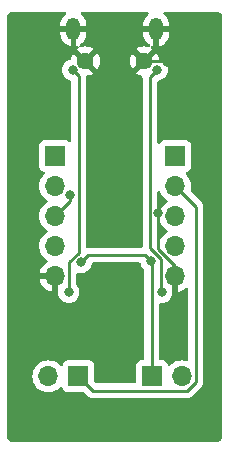
<source format=gbr>
%TF.GenerationSoftware,KiCad,Pcbnew,7.0.2-0*%
%TF.CreationDate,2024-07-03T10:32:26-07:00*%
%TF.ProjectId,ft230x-breakout,66743233-3078-42d6-9272-65616b6f7574,1.0*%
%TF.SameCoordinates,Original*%
%TF.FileFunction,Copper,L2,Bot*%
%TF.FilePolarity,Positive*%
%FSLAX46Y46*%
G04 Gerber Fmt 4.6, Leading zero omitted, Abs format (unit mm)*
G04 Created by KiCad (PCBNEW 7.0.2-0) date 2024-07-03 10:32:26*
%MOMM*%
%LPD*%
G01*
G04 APERTURE LIST*
%TA.AperFunction,ComponentPad*%
%ADD10R,1.700000X1.700000*%
%TD*%
%TA.AperFunction,ComponentPad*%
%ADD11O,1.700000X1.700000*%
%TD*%
%TA.AperFunction,ComponentPad*%
%ADD12O,1.200000X1.900000*%
%TD*%
%TA.AperFunction,ComponentPad*%
%ADD13C,1.450000*%
%TD*%
%TA.AperFunction,ViaPad*%
%ADD14C,0.800000*%
%TD*%
%TA.AperFunction,Conductor*%
%ADD15C,0.250000*%
%TD*%
G04 APERTURE END LIST*
D10*
%TO.P,JP101,1,A*%
%TO.N,/CBUS1*%
X141563500Y-127050800D03*
D11*
%TO.P,JP101,2,B*%
%TO.N,Net-(D101-K)*%
X139023500Y-127050800D03*
%TD*%
D10*
%TO.P,JP102,1,A*%
%TO.N,/CBUS2*%
X147781500Y-127050800D03*
D11*
%TO.P,JP102,2,B*%
%TO.N,Net-(D102-K)*%
X150321500Y-127050800D03*
%TD*%
D12*
%TO.P,J101,6,Shield*%
%TO.N,GND*%
X148141500Y-97655400D03*
D13*
X147141500Y-100355400D03*
X142141500Y-100355400D03*
D12*
X141141500Y-97655400D03*
%TD*%
D10*
%TO.P,J103,1,Pin_1*%
%TO.N,/TXD*%
X139598400Y-108407200D03*
D11*
%TO.P,J103,2,Pin_2*%
%TO.N,/RXD*%
X139598400Y-110947200D03*
%TO.P,J103,3,Pin_3*%
%TO.N,/~{RTS}*%
X139598400Y-113487200D03*
%TO.P,J103,4,Pin_4*%
%TO.N,/~{CTS}*%
X139598400Y-116027200D03*
%TO.P,J103,5,Pin_5*%
%TO.N,GND*%
X139598400Y-118567200D03*
%TD*%
D10*
%TO.P,J104,1,Pin_1*%
%TO.N,/CBUS0*%
X149758400Y-108407200D03*
D11*
%TO.P,J104,2,Pin_2*%
%TO.N,/CBUS1*%
X149758400Y-110947200D03*
%TO.P,J104,3,Pin_3*%
%TO.N,/CBUS2*%
X149758400Y-113487200D03*
%TO.P,J104,4,Pin_4*%
%TO.N,/CBUS3*%
X149758400Y-116027200D03*
%TO.P,J104,5,Pin_5*%
%TO.N,GND*%
X149758400Y-118567200D03*
%TD*%
D14*
%TO.N,GND*%
X148339030Y-113193194D03*
X149047200Y-100457000D03*
X144729200Y-117957600D03*
%TO.N,Net-(J101-D+)*%
X141064901Y-101126918D03*
X140741400Y-119938800D03*
%TO.N,Net-(J101-D-)*%
X148615400Y-119938800D03*
X148220428Y-101123657D03*
%TO.N,/~{RTS}*%
X140867319Y-111709200D03*
%TO.N,/CBUS2*%
X141799446Y-117390046D03*
X147724236Y-117315027D03*
%TD*%
D15*
%TO.N,GND*%
X149047200Y-100457000D02*
X148945600Y-100355400D01*
X148339030Y-116269531D02*
X149758400Y-117688901D01*
X148339030Y-113193194D02*
X148339030Y-116269531D01*
X149758400Y-117688901D02*
X149758400Y-118567200D01*
X148945600Y-100355400D02*
X147141500Y-100355400D01*
%TO.N,Net-(J101-D+)*%
X140773400Y-119906800D02*
X140741400Y-119938800D01*
X141591819Y-116573074D02*
X140773400Y-117391493D01*
X140773400Y-117391493D02*
X140773400Y-119906800D01*
X141064901Y-101126918D02*
X141591819Y-101653836D01*
X141591819Y-101653836D02*
X141591819Y-116573074D01*
%TO.N,Net-(J101-D-)*%
X148583400Y-119906800D02*
X148615400Y-119938800D01*
X148590000Y-118073899D02*
X148583400Y-118080499D01*
X148220428Y-101123657D02*
X147614530Y-101729555D01*
X147614530Y-116180721D02*
X148590000Y-117156191D01*
X148590000Y-117156191D02*
X148590000Y-118073899D01*
X147614530Y-101729555D02*
X147614530Y-116180721D01*
X148583400Y-118080499D02*
X148583400Y-119906800D01*
%TO.N,/~{RTS}*%
X139598400Y-113487200D02*
X140867319Y-112218281D01*
X140867319Y-112218281D02*
X140867319Y-111709200D01*
%TO.N,/CBUS2*%
X147781500Y-117372291D02*
X147724236Y-117315027D01*
X141799446Y-117390046D02*
X142400292Y-116789200D01*
X147781500Y-127050800D02*
X147781500Y-117372291D01*
X142400292Y-116789200D02*
X147198409Y-116789200D01*
X147198409Y-116789200D02*
X147724236Y-117315027D01*
%TO.N,/CBUS1*%
X142782700Y-128270000D02*
X141563500Y-127050800D01*
X149758400Y-110947200D02*
X151496500Y-112685300D01*
X151496500Y-127537501D02*
X150764001Y-128270000D01*
X150764001Y-128270000D02*
X142782700Y-128270000D01*
X151496500Y-112685300D02*
X151496500Y-127537501D01*
%TD*%
%TA.AperFunction,Conductor*%
%TO.N,GND*%
G36*
X140422979Y-96190436D02*
G01*
X140490018Y-96210123D01*
X140535771Y-96262928D01*
X140545712Y-96332087D01*
X140516685Y-96395642D01*
X140494903Y-96415443D01*
X140417876Y-96470294D01*
X140272907Y-96622333D01*
X140159333Y-96799055D01*
X140081255Y-96994085D01*
X140041500Y-97200362D01*
X140041500Y-97405400D01*
X140841500Y-97405400D01*
X140841500Y-97905400D01*
X140041500Y-97905400D01*
X140041500Y-98054850D01*
X140041781Y-98060759D01*
X140056464Y-98214520D01*
X140115649Y-98416087D01*
X140211912Y-98602812D01*
X140341769Y-98767938D01*
X140500536Y-98905511D01*
X140682463Y-99010546D01*
X140880985Y-99079255D01*
X140891500Y-99080766D01*
X140891500Y-98171510D01*
X140915957Y-98211010D01*
X141005462Y-98278601D01*
X141113340Y-98309295D01*
X141225021Y-98298946D01*
X141325422Y-98248952D01*
X141391500Y-98176469D01*
X141391500Y-99076658D01*
X141426679Y-99068124D01*
X141496470Y-99071448D01*
X141553384Y-99111976D01*
X141579352Y-99176840D01*
X141566130Y-99245448D01*
X141527036Y-99290204D01*
X141469878Y-99330224D01*
X142075248Y-99935594D01*
X142008531Y-99946162D01*
X141888577Y-100007282D01*
X141793382Y-100102477D01*
X141732262Y-100222431D01*
X141721695Y-100289148D01*
X141116324Y-99683778D01*
X141076566Y-99740561D01*
X140985980Y-99934822D01*
X140930500Y-100141875D01*
X140930207Y-100145231D01*
X140928286Y-100150140D01*
X140927695Y-100152347D01*
X140927448Y-100152281D01*
X140904751Y-100210298D01*
X140848157Y-100251273D01*
X140832463Y-100255706D01*
X140785098Y-100265774D01*
X140612168Y-100342767D01*
X140459030Y-100454028D01*
X140332367Y-100594701D01*
X140237721Y-100758633D01*
X140179227Y-100938660D01*
X140159441Y-101126918D01*
X140179227Y-101315175D01*
X140237721Y-101495202D01*
X140332367Y-101659134D01*
X140459030Y-101799807D01*
X140612170Y-101911069D01*
X140785095Y-101988061D01*
X140785096Y-101988061D01*
X140785098Y-101988062D01*
X140868100Y-102005704D01*
X140929581Y-102038895D01*
X140963358Y-102100058D01*
X140966319Y-102126994D01*
X140966319Y-107071986D01*
X140946634Y-107139025D01*
X140893830Y-107184780D01*
X140824672Y-107194724D01*
X140768009Y-107171253D01*
X140690733Y-107113405D01*
X140690731Y-107113404D01*
X140555883Y-107063109D01*
X140496273Y-107056700D01*
X140492950Y-107056700D01*
X138703839Y-107056700D01*
X138703820Y-107056700D01*
X138700528Y-107056701D01*
X138697248Y-107057053D01*
X138697240Y-107057054D01*
X138640915Y-107063109D01*
X138506069Y-107113404D01*
X138390854Y-107199654D01*
X138304604Y-107314868D01*
X138254310Y-107449715D01*
X138254309Y-107449717D01*
X138247900Y-107509327D01*
X138247900Y-107512648D01*
X138247900Y-107512649D01*
X138247900Y-109301760D01*
X138247900Y-109301778D01*
X138247901Y-109305072D01*
X138254309Y-109364683D01*
X138304604Y-109499531D01*
X138390854Y-109614746D01*
X138506069Y-109700996D01*
X138617114Y-109742413D01*
X138637482Y-109750010D01*
X138693416Y-109791881D01*
X138717833Y-109857346D01*
X138702981Y-109925619D01*
X138681831Y-109953873D01*
X138559903Y-110075801D01*
X138424365Y-110269370D01*
X138324497Y-110483536D01*
X138263336Y-110711792D01*
X138242740Y-110947199D01*
X138263336Y-111182607D01*
X138290256Y-111283072D01*
X138324497Y-111410863D01*
X138424365Y-111625030D01*
X138559905Y-111818601D01*
X138726999Y-111985695D01*
X138912560Y-112115626D01*
X138956183Y-112170202D01*
X138963376Y-112239701D01*
X138931854Y-112302055D01*
X138912558Y-112318775D01*
X138746701Y-112434910D01*
X138726995Y-112448708D01*
X138559905Y-112615798D01*
X138424365Y-112809370D01*
X138324497Y-113023536D01*
X138263336Y-113251792D01*
X138242740Y-113487200D01*
X138263336Y-113722607D01*
X138299517Y-113857634D01*
X138324497Y-113950863D01*
X138424365Y-114165030D01*
X138559905Y-114358601D01*
X138726999Y-114525695D01*
X138912560Y-114655626D01*
X138956183Y-114710202D01*
X138963376Y-114779701D01*
X138931854Y-114842055D01*
X138912559Y-114858775D01*
X138726995Y-114988708D01*
X138559905Y-115155798D01*
X138424365Y-115349370D01*
X138324497Y-115563536D01*
X138263336Y-115791792D01*
X138242740Y-116027199D01*
X138263336Y-116262607D01*
X138277102Y-116313982D01*
X138324497Y-116490863D01*
X138424365Y-116705030D01*
X138559905Y-116898601D01*
X138726999Y-117065695D01*
X138912996Y-117195932D01*
X138956619Y-117250507D01*
X138963812Y-117320006D01*
X138932290Y-117382360D01*
X138912995Y-117399080D01*
X138727319Y-117529092D01*
X138560290Y-117696121D01*
X138424800Y-117889621D01*
X138324969Y-118103707D01*
X138267764Y-118317199D01*
X138267764Y-118317200D01*
X139164714Y-118317200D01*
X139138907Y-118357356D01*
X139098400Y-118495311D01*
X139098400Y-118639089D01*
X139138907Y-118777044D01*
X139164714Y-118817200D01*
X138267764Y-118817200D01*
X138324969Y-119030692D01*
X138424799Y-119244776D01*
X138560293Y-119438281D01*
X138727318Y-119605306D01*
X138920823Y-119740800D01*
X139134909Y-119840630D01*
X139348400Y-119897834D01*
X139348400Y-119002701D01*
X139456085Y-119051880D01*
X139562637Y-119067200D01*
X139634163Y-119067200D01*
X139740715Y-119051880D01*
X139848400Y-119002701D01*
X139848400Y-119813747D01*
X139847721Y-119826708D01*
X139835940Y-119938799D01*
X139855726Y-120127057D01*
X139914220Y-120307084D01*
X140008866Y-120471016D01*
X140135529Y-120611689D01*
X140288669Y-120722951D01*
X140461597Y-120799944D01*
X140646752Y-120839300D01*
X140646754Y-120839300D01*
X140836048Y-120839300D01*
X140959484Y-120813062D01*
X141021203Y-120799944D01*
X141194130Y-120722951D01*
X141347271Y-120611688D01*
X141473933Y-120471016D01*
X141568579Y-120307084D01*
X141627074Y-120127056D01*
X141646860Y-119938800D01*
X141627074Y-119750544D01*
X141574533Y-119588840D01*
X141568579Y-119570515D01*
X141473935Y-119406586D01*
X141430749Y-119358623D01*
X141400520Y-119295631D01*
X141398900Y-119275651D01*
X141398900Y-118378652D01*
X141418585Y-118311613D01*
X141471389Y-118265858D01*
X141540547Y-118255914D01*
X141548676Y-118257361D01*
X141588651Y-118265858D01*
X141704799Y-118290546D01*
X141704800Y-118290546D01*
X141894094Y-118290546D01*
X142017530Y-118264308D01*
X142079249Y-118251190D01*
X142252176Y-118174197D01*
X142378359Y-118082520D01*
X142405316Y-118062935D01*
X142531979Y-117922262D01*
X142626625Y-117758330D01*
X142683254Y-117584044D01*
X142685120Y-117578302D01*
X142690644Y-117525735D01*
X142717229Y-117461124D01*
X142774526Y-117421139D01*
X142813965Y-117414700D01*
X146719689Y-117414700D01*
X146786728Y-117434385D01*
X146832483Y-117487189D01*
X146837620Y-117500382D01*
X146838561Y-117503280D01*
X146838562Y-117503283D01*
X146849936Y-117538289D01*
X146897056Y-117683311D01*
X146991702Y-117847242D01*
X147124150Y-117994340D01*
X147154380Y-118057331D01*
X147156000Y-118077312D01*
X147156000Y-125576300D01*
X147136315Y-125643339D01*
X147083511Y-125689094D01*
X147032001Y-125700300D01*
X146886939Y-125700300D01*
X146886920Y-125700300D01*
X146883628Y-125700301D01*
X146880348Y-125700653D01*
X146880340Y-125700654D01*
X146824015Y-125706709D01*
X146689169Y-125757004D01*
X146573954Y-125843254D01*
X146487704Y-125958468D01*
X146437409Y-126093316D01*
X146431765Y-126145816D01*
X146431000Y-126152927D01*
X146431000Y-126156248D01*
X146431000Y-126156249D01*
X146431001Y-127520500D01*
X146411316Y-127587539D01*
X146358513Y-127633294D01*
X146307001Y-127644500D01*
X143093153Y-127644500D01*
X143026114Y-127624815D01*
X143005472Y-127608181D01*
X142950318Y-127553027D01*
X142916833Y-127491704D01*
X142913999Y-127465346D01*
X142913999Y-126156239D01*
X142913999Y-126152928D01*
X142907591Y-126093317D01*
X142857296Y-125958469D01*
X142771046Y-125843254D01*
X142655831Y-125757004D01*
X142520983Y-125706709D01*
X142461373Y-125700300D01*
X142458050Y-125700300D01*
X140668939Y-125700300D01*
X140668920Y-125700300D01*
X140665628Y-125700301D01*
X140662348Y-125700653D01*
X140662340Y-125700654D01*
X140606015Y-125706709D01*
X140471169Y-125757004D01*
X140355954Y-125843254D01*
X140269704Y-125958469D01*
X140220689Y-126089883D01*
X140178817Y-126145816D01*
X140113352Y-126170233D01*
X140045080Y-126155381D01*
X140016826Y-126134230D01*
X139894904Y-126012308D01*
X139894901Y-126012305D01*
X139701330Y-125876765D01*
X139487163Y-125776897D01*
X139416906Y-125758072D01*
X139258907Y-125715736D01*
X139023500Y-125695140D01*
X138788092Y-125715736D01*
X138559836Y-125776897D01*
X138345670Y-125876765D01*
X138152098Y-126012305D01*
X137985005Y-126179398D01*
X137849465Y-126372970D01*
X137749597Y-126587136D01*
X137688436Y-126815392D01*
X137667840Y-127050800D01*
X137688436Y-127286207D01*
X137733209Y-127453302D01*
X137749597Y-127514463D01*
X137849465Y-127728630D01*
X137985005Y-127922201D01*
X138152099Y-128089295D01*
X138345670Y-128224835D01*
X138559837Y-128324703D01*
X138788091Y-128385862D01*
X138788092Y-128385863D01*
X139023499Y-128406459D01*
X139023499Y-128406458D01*
X139023500Y-128406459D01*
X139258908Y-128385863D01*
X139487163Y-128324703D01*
X139701330Y-128224835D01*
X139894901Y-128089295D01*
X140016829Y-127967366D01*
X140078148Y-127933884D01*
X140147840Y-127938868D01*
X140203774Y-127980739D01*
X140220689Y-128011716D01*
X140226995Y-128028622D01*
X140269704Y-128143131D01*
X140355954Y-128258346D01*
X140471169Y-128344596D01*
X140606017Y-128394891D01*
X140665627Y-128401300D01*
X141978046Y-128401299D01*
X142045085Y-128420984D01*
X142065727Y-128437618D01*
X142281896Y-128653787D01*
X142294796Y-128669888D01*
X142345923Y-128717900D01*
X142348720Y-128720611D01*
X142368229Y-128740120D01*
X142371409Y-128742587D01*
X142380271Y-128750155D01*
X142412118Y-128780062D01*
X142429670Y-128789711D01*
X142445938Y-128800397D01*
X142461764Y-128812673D01*
X142501846Y-128830017D01*
X142512333Y-128835155D01*
X142550607Y-128856197D01*
X142559110Y-128858379D01*
X142570008Y-128861178D01*
X142588413Y-128867478D01*
X142606804Y-128875437D01*
X142649950Y-128882270D01*
X142661368Y-128884635D01*
X142703681Y-128895500D01*
X142723716Y-128895500D01*
X142743115Y-128897027D01*
X142762896Y-128900160D01*
X142806374Y-128896050D01*
X142818044Y-128895500D01*
X150681257Y-128895500D01*
X150701763Y-128897764D01*
X150704666Y-128897672D01*
X150704668Y-128897673D01*
X150771873Y-128895561D01*
X150775769Y-128895500D01*
X150799449Y-128895500D01*
X150803351Y-128895500D01*
X150807314Y-128894999D01*
X150818963Y-128894080D01*
X150862628Y-128892709D01*
X150881860Y-128887120D01*
X150900919Y-128883174D01*
X150908100Y-128882267D01*
X150920793Y-128880664D01*
X150961408Y-128864582D01*
X150972445Y-128860803D01*
X151014391Y-128848618D01*
X151031630Y-128838422D01*
X151049103Y-128829862D01*
X151067733Y-128822486D01*
X151103065Y-128796814D01*
X151112831Y-128790400D01*
X151150419Y-128768171D01*
X151150418Y-128768171D01*
X151150421Y-128768170D01*
X151164586Y-128754004D01*
X151179374Y-128741373D01*
X151195588Y-128729594D01*
X151223439Y-128695926D01*
X151231280Y-128687309D01*
X151880288Y-128038302D01*
X151896385Y-128025407D01*
X151898373Y-128023288D01*
X151898377Y-128023287D01*
X151944449Y-127974224D01*
X151947034Y-127971556D01*
X151966620Y-127951972D01*
X151969085Y-127948793D01*
X151976667Y-127939917D01*
X151977652Y-127938868D01*
X152006562Y-127908083D01*
X152016212Y-127890528D01*
X152026900Y-127874258D01*
X152039171Y-127858439D01*
X152039173Y-127858437D01*
X152056526Y-127818333D01*
X152061657Y-127807863D01*
X152082697Y-127769593D01*
X152087675Y-127750200D01*
X152093981Y-127731783D01*
X152095518Y-127728229D01*
X152101938Y-127713397D01*
X152108772Y-127670246D01*
X152111135Y-127658832D01*
X152122000Y-127616520D01*
X152122000Y-127596484D01*
X152123527Y-127577085D01*
X152126660Y-127557305D01*
X152122550Y-127513825D01*
X152122000Y-127502156D01*
X152122000Y-112768043D01*
X152124264Y-112747539D01*
X152122061Y-112677412D01*
X152122000Y-112673518D01*
X152122000Y-112649841D01*
X152122000Y-112645950D01*
X152121498Y-112641983D01*
X152120581Y-112630327D01*
X152119210Y-112586673D01*
X152113618Y-112567426D01*
X152109674Y-112548385D01*
X152107164Y-112528508D01*
X152091079Y-112487883D01*
X152087308Y-112476868D01*
X152075118Y-112434910D01*
X152064914Y-112417655D01*
X152056361Y-112400195D01*
X152048986Y-112381569D01*
X152048986Y-112381568D01*
X152023308Y-112346225D01*
X152016901Y-112336471D01*
X152003118Y-112313165D01*
X151994670Y-112298880D01*
X151980506Y-112284716D01*
X151967867Y-112269917D01*
X151956095Y-112253713D01*
X151922441Y-112225873D01*
X151913799Y-112218009D01*
X151098637Y-111402847D01*
X151065152Y-111341524D01*
X151066543Y-111283072D01*
X151093463Y-111182608D01*
X151114059Y-110947200D01*
X151093463Y-110711792D01*
X151032303Y-110483537D01*
X150932435Y-110269371D01*
X150796895Y-110075799D01*
X150674969Y-109953873D01*
X150641484Y-109892550D01*
X150646468Y-109822858D01*
X150688340Y-109766925D01*
X150719315Y-109750010D01*
X150850731Y-109700996D01*
X150965946Y-109614746D01*
X151052196Y-109499531D01*
X151102491Y-109364683D01*
X151108900Y-109305073D01*
X151108899Y-107509328D01*
X151102491Y-107449717D01*
X151052196Y-107314869D01*
X150965946Y-107199654D01*
X150850731Y-107113404D01*
X150715883Y-107063109D01*
X150656273Y-107056700D01*
X150652950Y-107056700D01*
X148863839Y-107056700D01*
X148863820Y-107056700D01*
X148860528Y-107056701D01*
X148857248Y-107057053D01*
X148857240Y-107057054D01*
X148800915Y-107063109D01*
X148666069Y-107113404D01*
X148550853Y-107199654D01*
X148463297Y-107316615D01*
X148407363Y-107358486D01*
X148337671Y-107363470D01*
X148276348Y-107329985D01*
X148242864Y-107268661D01*
X148240030Y-107242304D01*
X148240030Y-102140521D01*
X148259715Y-102073482D01*
X148312519Y-102027727D01*
X148338250Y-102019231D01*
X148409972Y-102003985D01*
X148500231Y-101984801D01*
X148673158Y-101907808D01*
X148673157Y-101907807D01*
X148826298Y-101796546D01*
X148952961Y-101655873D01*
X149047607Y-101491941D01*
X149060909Y-101451001D01*
X149106102Y-101311913D01*
X149125888Y-101123657D01*
X149106102Y-100935401D01*
X149054302Y-100775978D01*
X149047607Y-100755372D01*
X148952961Y-100591440D01*
X148826298Y-100450767D01*
X148673158Y-100339505D01*
X148500231Y-100262512D01*
X148450202Y-100251878D01*
X148388720Y-100218685D01*
X148354944Y-100157522D01*
X148352572Y-100142151D01*
X148297019Y-99934823D01*
X148206432Y-99740559D01*
X148166673Y-99683778D01*
X147561304Y-100289147D01*
X147550738Y-100222431D01*
X147489618Y-100102477D01*
X147394423Y-100007282D01*
X147274469Y-99946162D01*
X147207751Y-99935595D01*
X147813120Y-99330225D01*
X147764970Y-99296510D01*
X147721345Y-99241932D01*
X147714153Y-99172434D01*
X147745675Y-99110079D01*
X147805905Y-99074666D01*
X147875720Y-99077437D01*
X147876655Y-99077757D01*
X147880985Y-99079255D01*
X147891500Y-99080766D01*
X147891500Y-98171510D01*
X147915957Y-98211010D01*
X148005462Y-98278601D01*
X148113340Y-98309295D01*
X148225021Y-98298946D01*
X148325422Y-98248952D01*
X148391500Y-98176469D01*
X148391500Y-99076657D01*
X148502910Y-99049629D01*
X148694005Y-98962360D01*
X148865121Y-98840507D01*
X149010092Y-98688466D01*
X149123666Y-98511744D01*
X149201744Y-98316714D01*
X149241500Y-98110437D01*
X149241500Y-97905400D01*
X148441500Y-97905400D01*
X148441500Y-97405400D01*
X149241500Y-97405400D01*
X149241500Y-97255949D01*
X149241218Y-97250040D01*
X149226535Y-97096279D01*
X149167350Y-96894712D01*
X149071087Y-96707987D01*
X148941230Y-96542861D01*
X148786060Y-96408405D01*
X148748286Y-96349627D01*
X148748286Y-96279757D01*
X148786061Y-96220979D01*
X148849616Y-96191954D01*
X148867254Y-96190692D01*
X153262011Y-96190826D01*
X153262020Y-96190829D01*
X153305747Y-96190829D01*
X153321916Y-96191887D01*
X153330986Y-96193081D01*
X153334134Y-96193537D01*
X153420727Y-96207247D01*
X153448763Y-96215153D01*
X153475290Y-96226140D01*
X153484109Y-96230206D01*
X153537768Y-96257545D01*
X153556961Y-96269654D01*
X153583132Y-96289735D01*
X153595328Y-96300431D01*
X153635567Y-96340670D01*
X153646263Y-96352866D01*
X153666344Y-96379037D01*
X153678453Y-96398230D01*
X153705792Y-96451889D01*
X153709868Y-96460730D01*
X153720841Y-96487222D01*
X153728754Y-96515283D01*
X153742460Y-96601854D01*
X153742924Y-96605060D01*
X153744110Y-96614069D01*
X153745171Y-96630253D01*
X153745171Y-132147545D01*
X153744110Y-132163734D01*
X153742923Y-132172748D01*
X153742459Y-132175949D01*
X153728754Y-132262515D01*
X153720841Y-132290576D01*
X153709868Y-132317068D01*
X153705792Y-132325909D01*
X153678453Y-132379568D01*
X153666344Y-132398761D01*
X153646263Y-132424932D01*
X153635567Y-132437128D01*
X153595328Y-132477367D01*
X153583132Y-132488063D01*
X153556961Y-132508144D01*
X153537768Y-132520253D01*
X153484109Y-132547592D01*
X153475268Y-132551668D01*
X153448776Y-132562641D01*
X153420715Y-132570554D01*
X153334149Y-132584259D01*
X153330948Y-132584723D01*
X153321934Y-132585910D01*
X153305745Y-132586971D01*
X135949453Y-132586971D01*
X135933269Y-132585910D01*
X135924260Y-132584724D01*
X135921054Y-132584260D01*
X135834483Y-132570554D01*
X135806425Y-132562641D01*
X135779930Y-132551668D01*
X135771089Y-132547592D01*
X135717430Y-132520253D01*
X135698237Y-132508144D01*
X135672066Y-132488063D01*
X135659870Y-132477367D01*
X135619631Y-132437128D01*
X135608935Y-132424932D01*
X135588854Y-132398761D01*
X135576745Y-132379568D01*
X135549406Y-132325909D01*
X135545340Y-132317090D01*
X135534353Y-132290563D01*
X135526447Y-132262527D01*
X135512737Y-132175934D01*
X135512275Y-132172741D01*
X135511088Y-132163717D01*
X135510029Y-132147546D01*
X135510029Y-96629724D01*
X135511086Y-96613570D01*
X135512323Y-96604173D01*
X135512739Y-96601303D01*
X135526413Y-96514858D01*
X135534323Y-96486802D01*
X135545488Y-96459849D01*
X135549539Y-96451061D01*
X135576665Y-96397826D01*
X135588758Y-96378661D01*
X135609091Y-96352164D01*
X135619765Y-96339994D01*
X135659713Y-96300049D01*
X135671888Y-96289372D01*
X135698384Y-96269042D01*
X135717550Y-96256950D01*
X135770796Y-96229823D01*
X135779560Y-96225784D01*
X135806555Y-96214604D01*
X135834594Y-96206698D01*
X135919998Y-96193177D01*
X135923049Y-96192734D01*
X135933507Y-96191358D01*
X135949669Y-96190300D01*
X140422979Y-96190436D01*
G37*
%TD.AperFunction*%
%TA.AperFunction,Conductor*%
G36*
X150008400Y-119897833D02*
G01*
X150221890Y-119840630D01*
X150435976Y-119740800D01*
X150629481Y-119605306D01*
X150659319Y-119575469D01*
X150720642Y-119541984D01*
X150790334Y-119546968D01*
X150846267Y-119588840D01*
X150870684Y-119654304D01*
X150871000Y-119663150D01*
X150871000Y-125638297D01*
X150851315Y-125705336D01*
X150798511Y-125751091D01*
X150729353Y-125761035D01*
X150714907Y-125758072D01*
X150556907Y-125715736D01*
X150321500Y-125695140D01*
X150086092Y-125715736D01*
X149857836Y-125776897D01*
X149643670Y-125876765D01*
X149450101Y-126012303D01*
X149328173Y-126134231D01*
X149266850Y-126167715D01*
X149197158Y-126162731D01*
X149141225Y-126120859D01*
X149124310Y-126089882D01*
X149117158Y-126070707D01*
X149075296Y-125958469D01*
X148989046Y-125843254D01*
X148873831Y-125757004D01*
X148738983Y-125706709D01*
X148679373Y-125700300D01*
X148676051Y-125700300D01*
X148531000Y-125700300D01*
X148463961Y-125680615D01*
X148418206Y-125627811D01*
X148407000Y-125576300D01*
X148407000Y-120963300D01*
X148426685Y-120896261D01*
X148479489Y-120850506D01*
X148531000Y-120839300D01*
X148710048Y-120839300D01*
X148833483Y-120813062D01*
X148895203Y-120799944D01*
X149068130Y-120722951D01*
X149221271Y-120611688D01*
X149347933Y-120471016D01*
X149442579Y-120307084D01*
X149501074Y-120127056D01*
X149520860Y-119938800D01*
X149509079Y-119826708D01*
X149508400Y-119813747D01*
X149508400Y-119002701D01*
X149616085Y-119051880D01*
X149722637Y-119067200D01*
X149794163Y-119067200D01*
X149900715Y-119051880D01*
X150008400Y-119002701D01*
X150008400Y-119897833D01*
G37*
%TD.AperFunction*%
%TA.AperFunction,Conductor*%
G36*
X147422683Y-96190648D02*
G01*
X147489719Y-96210335D01*
X147535472Y-96263140D01*
X147545413Y-96332299D01*
X147516386Y-96395854D01*
X147494604Y-96415654D01*
X147417879Y-96470290D01*
X147272907Y-96622333D01*
X147159333Y-96799055D01*
X147081255Y-96994085D01*
X147041500Y-97200362D01*
X147041500Y-97405400D01*
X147841500Y-97405400D01*
X147841500Y-97905400D01*
X147041500Y-97905400D01*
X147041500Y-98054850D01*
X147041781Y-98060759D01*
X147056464Y-98214520D01*
X147115649Y-98416087D01*
X147211912Y-98602812D01*
X147341769Y-98767938D01*
X147500536Y-98905511D01*
X147582972Y-98953105D01*
X147631188Y-99003672D01*
X147644411Y-99072279D01*
X147618443Y-99137144D01*
X147561529Y-99177672D01*
X147491738Y-99180997D01*
X147488878Y-99180267D01*
X147355029Y-99144402D01*
X147141499Y-99125720D01*
X146927970Y-99144402D01*
X146720922Y-99199880D01*
X146526661Y-99290466D01*
X146469878Y-99330224D01*
X147075248Y-99935594D01*
X147008531Y-99946162D01*
X146888577Y-100007282D01*
X146793382Y-100102477D01*
X146732262Y-100222431D01*
X146721695Y-100289147D01*
X146116325Y-99683778D01*
X146116324Y-99683778D01*
X146076566Y-99740561D01*
X145985980Y-99934822D01*
X145930502Y-100141870D01*
X145911820Y-100355399D01*
X145930502Y-100568929D01*
X145985980Y-100775976D01*
X146076566Y-100970237D01*
X146116325Y-101027019D01*
X146721694Y-100421650D01*
X146732262Y-100488369D01*
X146793382Y-100608323D01*
X146888577Y-100703518D01*
X147008531Y-100764638D01*
X147075247Y-100775204D01*
X146469878Y-101380573D01*
X146526662Y-101420333D01*
X146720925Y-101510919D01*
X146896008Y-101557833D01*
X146955669Y-101594198D01*
X146986198Y-101657045D01*
X146986389Y-101697005D01*
X146984370Y-101709751D01*
X146988480Y-101753228D01*
X146989030Y-101764898D01*
X146989030Y-116039700D01*
X146969345Y-116106739D01*
X146916541Y-116152494D01*
X146865030Y-116163700D01*
X142483036Y-116163700D01*
X142462528Y-116161435D01*
X142392405Y-116163639D01*
X142388511Y-116163700D01*
X142360942Y-116163700D01*
X142357086Y-116164186D01*
X142357083Y-116164187D01*
X142357027Y-116164194D01*
X142356954Y-116164203D01*
X142345570Y-116165109D01*
X142345450Y-116165113D01*
X142277792Y-116147673D01*
X142230303Y-116096423D01*
X142217319Y-116041182D01*
X142217319Y-101736579D01*
X142219583Y-101716076D01*
X142219384Y-101709751D01*
X142218947Y-101695827D01*
X142236516Y-101628203D01*
X142287857Y-101580812D01*
X142332081Y-101568405D01*
X142355029Y-101566397D01*
X142562078Y-101510918D01*
X142756337Y-101420334D01*
X142813120Y-101380573D01*
X142207751Y-100775204D01*
X142274469Y-100764638D01*
X142394423Y-100703518D01*
X142489618Y-100608323D01*
X142550738Y-100488369D01*
X142561304Y-100421651D01*
X143166673Y-101027019D01*
X143206434Y-100970237D01*
X143297018Y-100775978D01*
X143352497Y-100568929D01*
X143371179Y-100355400D01*
X143352497Y-100141870D01*
X143297019Y-99934823D01*
X143206432Y-99740559D01*
X143166673Y-99683778D01*
X142561304Y-100289147D01*
X142550738Y-100222431D01*
X142489618Y-100102477D01*
X142394423Y-100007282D01*
X142274469Y-99946162D01*
X142207751Y-99935595D01*
X142813120Y-99330225D01*
X142756337Y-99290466D01*
X142562076Y-99199880D01*
X142355029Y-99144402D01*
X142141500Y-99125720D01*
X141927968Y-99144402D01*
X141806854Y-99176854D01*
X141737004Y-99175191D01*
X141679142Y-99136028D01*
X141651638Y-99071799D01*
X141663225Y-99002897D01*
X141702834Y-98956071D01*
X141865125Y-98840504D01*
X142010092Y-98688466D01*
X142123666Y-98511744D01*
X142201744Y-98316714D01*
X142241500Y-98110437D01*
X142241500Y-97905400D01*
X141441500Y-97905400D01*
X141441500Y-97405400D01*
X142241500Y-97405400D01*
X142241500Y-97255949D01*
X142241218Y-97250040D01*
X142226535Y-97096279D01*
X142167350Y-96894712D01*
X142071087Y-96707987D01*
X141941230Y-96542862D01*
X141785814Y-96408193D01*
X141748040Y-96349415D01*
X141748040Y-96279545D01*
X141785814Y-96220767D01*
X141849370Y-96191742D01*
X141867019Y-96190480D01*
X147422683Y-96190648D01*
G37*
%TD.AperFunction*%
%TA.AperFunction,Conductor*%
G36*
X148445233Y-113886659D02*
G01*
X148483007Y-113945437D01*
X148483805Y-113948280D01*
X148484496Y-113950862D01*
X148498257Y-113980372D01*
X148584365Y-114165030D01*
X148719905Y-114358601D01*
X148886999Y-114525695D01*
X149072560Y-114655626D01*
X149116183Y-114710202D01*
X149123376Y-114779701D01*
X149091854Y-114842055D01*
X149072559Y-114858775D01*
X148886995Y-114988708D01*
X148719905Y-115155798D01*
X148584365Y-115349370D01*
X148484497Y-115563535D01*
X148483805Y-115566120D01*
X148481623Y-115569699D01*
X148479912Y-115573369D01*
X148479502Y-115573178D01*
X148447440Y-115625780D01*
X148384593Y-115656309D01*
X148315217Y-115648014D01*
X148261339Y-115603529D01*
X148240065Y-115536976D01*
X148240030Y-115534026D01*
X148240030Y-113980372D01*
X148259715Y-113913333D01*
X148312519Y-113867578D01*
X148381677Y-113857634D01*
X148445233Y-113886659D01*
G37*
%TD.AperFunction*%
%TA.AperFunction,Conductor*%
G36*
X148445233Y-111346659D02*
G01*
X148483007Y-111405437D01*
X148483805Y-111408280D01*
X148484496Y-111410862D01*
X148498257Y-111440372D01*
X148584365Y-111625030D01*
X148719905Y-111818601D01*
X148886999Y-111985695D01*
X149072560Y-112115626D01*
X149116183Y-112170202D01*
X149123376Y-112239701D01*
X149091854Y-112302055D01*
X149072558Y-112318775D01*
X148906701Y-112434910D01*
X148886995Y-112448708D01*
X148719905Y-112615798D01*
X148584365Y-112809370D01*
X148484497Y-113023535D01*
X148483805Y-113026120D01*
X148481623Y-113029699D01*
X148479912Y-113033369D01*
X148479502Y-113033178D01*
X148447440Y-113085780D01*
X148384593Y-113116309D01*
X148315217Y-113108014D01*
X148261339Y-113063529D01*
X148240065Y-112996976D01*
X148240030Y-112994026D01*
X148240030Y-111440372D01*
X148259715Y-111373333D01*
X148312519Y-111327578D01*
X148381677Y-111317634D01*
X148445233Y-111346659D01*
G37*
%TD.AperFunction*%
%TD*%
M02*

</source>
